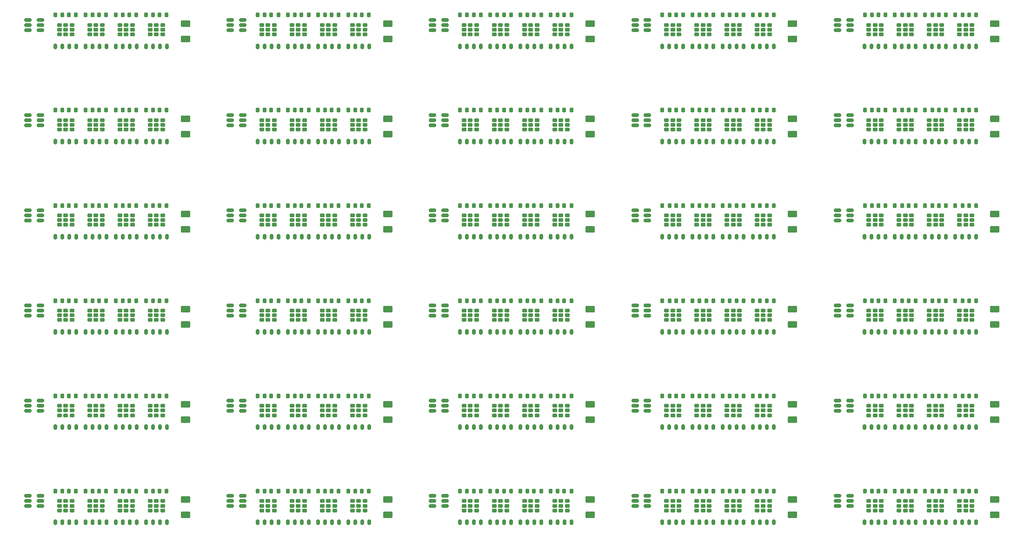
<source format=gbr>
%TF.GenerationSoftware,KiCad,Pcbnew,8.0.1*%
%TF.CreationDate,2024-05-29T13:53:08-05:00*%
%TF.ProjectId,eve PCB Project,65766520-5043-4422-9050-726f6a656374,rev?*%
%TF.SameCoordinates,Original*%
%TF.FileFunction,Paste,Top*%
%TF.FilePolarity,Positive*%
%FSLAX46Y46*%
G04 Gerber Fmt 4.6, Leading zero omitted, Abs format (unit mm)*
G04 Created by KiCad (PCBNEW 8.0.1) date 2024-05-29 13:53:08*
%MOMM*%
%LPD*%
G01*
G04 APERTURE LIST*
G04 Aperture macros list*
%AMRoundRect*
0 Rectangle with rounded corners*
0 $1 Rounding radius*
0 $2 $3 $4 $5 $6 $7 $8 $9 X,Y pos of 4 corners*
0 Add a 4 corners polygon primitive as box body*
4,1,4,$2,$3,$4,$5,$6,$7,$8,$9,$2,$3,0*
0 Add four circle primitives for the rounded corners*
1,1,$1+$1,$2,$3*
1,1,$1+$1,$4,$5*
1,1,$1+$1,$6,$7*
1,1,$1+$1,$8,$9*
0 Add four rect primitives between the rounded corners*
20,1,$1+$1,$2,$3,$4,$5,0*
20,1,$1+$1,$4,$5,$6,$7,0*
20,1,$1+$1,$6,$7,$8,$9,0*
20,1,$1+$1,$8,$9,$2,$3,0*%
G04 Aperture macros list end*
%ADD10RoundRect,0.150000X0.300000X-0.150000X0.300000X0.150000X-0.300000X0.150000X-0.300000X-0.150000X0*%
%ADD11RoundRect,0.150000X-0.150000X-0.300000X0.150000X-0.300000X0.150000X0.300000X-0.150000X0.300000X0*%
%ADD12RoundRect,0.150000X-0.150000X-0.375000X0.150000X-0.375000X0.150000X0.375000X-0.150000X0.375000X0*%
%ADD13RoundRect,0.150000X0.512500X0.150000X-0.512500X0.150000X-0.512500X-0.150000X0.512500X-0.150000X0*%
%ADD14RoundRect,0.250000X0.625000X-0.375000X0.625000X0.375000X-0.625000X0.375000X-0.625000X-0.375000X0*%
G04 APERTURE END LIST*
D10*
%TO.C,Q1*%
X168500000Y-87155000D03*
X169650000Y-87155000D03*
X170800000Y-87155000D03*
X168500000Y-86305000D03*
X169650000Y-86305000D03*
X170800000Y-86305000D03*
X168500000Y-85455000D03*
X169650000Y-85455000D03*
X170800000Y-85455000D03*
D11*
X167770000Y-83605000D03*
X169050000Y-83605000D03*
X170250000Y-83605000D03*
X171530000Y-83605000D03*
D12*
X167740000Y-89325000D03*
X169010000Y-89325000D03*
X170290000Y-89325000D03*
X171560000Y-89325000D03*
%TD*%
D13*
%TO.C,U1*%
X128227500Y-121090000D03*
X128227500Y-120140000D03*
X128227500Y-119190000D03*
X125952500Y-119190000D03*
X125952500Y-120140000D03*
X125952500Y-121090000D03*
%TD*%
D10*
%TO.C,Q4*%
X148160000Y-87155000D03*
X149310000Y-87155000D03*
X150460000Y-87155000D03*
X148160000Y-86305000D03*
X149310000Y-86305000D03*
X150460000Y-86305000D03*
X148160000Y-85455000D03*
X149310000Y-85455000D03*
X150460000Y-85455000D03*
D11*
X147430000Y-83605000D03*
X148710000Y-83605000D03*
X149910000Y-83605000D03*
X151190000Y-83605000D03*
D12*
X147400000Y-89325000D03*
X148670000Y-89325000D03*
X149950000Y-89325000D03*
X151220000Y-89325000D03*
%TD*%
D14*
%TO.C,F1*%
X117760000Y-105340000D03*
X117760000Y-102540000D03*
%TD*%
D10*
%TO.C,Q3*%
X68980000Y-121875000D03*
X70130000Y-121875000D03*
X71280000Y-121875000D03*
X68980000Y-121025000D03*
X70130000Y-121025000D03*
X71280000Y-121025000D03*
X68980000Y-120175000D03*
X70130000Y-120175000D03*
X71280000Y-120175000D03*
D11*
X68250000Y-118325000D03*
X69530000Y-118325000D03*
X70730000Y-118325000D03*
X72010000Y-118325000D03*
D12*
X68220000Y-124045000D03*
X69490000Y-124045000D03*
X70770000Y-124045000D03*
X72040000Y-124045000D03*
%TD*%
D14*
%TO.C,F1*%
X117760000Y-140060000D03*
X117760000Y-137260000D03*
%TD*%
D10*
%TO.C,Q1*%
X205340000Y-121875000D03*
X206490000Y-121875000D03*
X207640000Y-121875000D03*
X205340000Y-121025000D03*
X206490000Y-121025000D03*
X207640000Y-121025000D03*
X205340000Y-120175000D03*
X206490000Y-120175000D03*
X207640000Y-120175000D03*
D11*
X204610000Y-118325000D03*
X205890000Y-118325000D03*
X207090000Y-118325000D03*
X208370000Y-118325000D03*
D12*
X204580000Y-124045000D03*
X205850000Y-124045000D03*
X207130000Y-124045000D03*
X208400000Y-124045000D03*
%TD*%
D13*
%TO.C,U1*%
X91387500Y-51650000D03*
X91387500Y-50700000D03*
X91387500Y-49750000D03*
X89112500Y-49750000D03*
X89112500Y-50700000D03*
X89112500Y-51650000D03*
%TD*%
D10*
%TO.C,Q3*%
X105820000Y-104515000D03*
X106970000Y-104515000D03*
X108120000Y-104515000D03*
X105820000Y-103665000D03*
X106970000Y-103665000D03*
X108120000Y-103665000D03*
X105820000Y-102815000D03*
X106970000Y-102815000D03*
X108120000Y-102815000D03*
D11*
X105090000Y-100965000D03*
X106370000Y-100965000D03*
X107570000Y-100965000D03*
X108850000Y-100965000D03*
D12*
X105060000Y-106685000D03*
X106330000Y-106685000D03*
X107610000Y-106685000D03*
X108880000Y-106685000D03*
%TD*%
D10*
%TO.C,Q2*%
X137160000Y-139235000D03*
X138310000Y-139235000D03*
X139460000Y-139235000D03*
X137160000Y-138385000D03*
X138310000Y-138385000D03*
X139460000Y-138385000D03*
X137160000Y-137535000D03*
X138310000Y-137535000D03*
X139460000Y-137535000D03*
D11*
X136430000Y-135685000D03*
X137710000Y-135685000D03*
X138910000Y-135685000D03*
X140190000Y-135685000D03*
D12*
X136400000Y-141405000D03*
X137670000Y-141405000D03*
X138950000Y-141405000D03*
X140220000Y-141405000D03*
%TD*%
D10*
%TO.C,Q3*%
X216340000Y-69795000D03*
X217490000Y-69795000D03*
X218640000Y-69795000D03*
X216340000Y-68945000D03*
X217490000Y-68945000D03*
X218640000Y-68945000D03*
X216340000Y-68095000D03*
X217490000Y-68095000D03*
X218640000Y-68095000D03*
D11*
X215610000Y-66245000D03*
X216890000Y-66245000D03*
X218090000Y-66245000D03*
X219370000Y-66245000D03*
D12*
X215580000Y-71965000D03*
X216850000Y-71965000D03*
X218130000Y-71965000D03*
X219400000Y-71965000D03*
%TD*%
D10*
%TO.C,Q3*%
X179500000Y-121875000D03*
X180650000Y-121875000D03*
X181800000Y-121875000D03*
X179500000Y-121025000D03*
X180650000Y-121025000D03*
X181800000Y-121025000D03*
X179500000Y-120175000D03*
X180650000Y-120175000D03*
X181800000Y-120175000D03*
D11*
X178770000Y-118325000D03*
X180050000Y-118325000D03*
X181250000Y-118325000D03*
X182530000Y-118325000D03*
D12*
X178740000Y-124045000D03*
X180010000Y-124045000D03*
X181290000Y-124045000D03*
X182560000Y-124045000D03*
%TD*%
D13*
%TO.C,U1*%
X91387500Y-69010000D03*
X91387500Y-68060000D03*
X91387500Y-67110000D03*
X89112500Y-67110000D03*
X89112500Y-68060000D03*
X89112500Y-69010000D03*
%TD*%
D10*
%TO.C,Q3*%
X68980000Y-87155000D03*
X70130000Y-87155000D03*
X71280000Y-87155000D03*
X68980000Y-86305000D03*
X70130000Y-86305000D03*
X71280000Y-86305000D03*
X68980000Y-85455000D03*
X70130000Y-85455000D03*
X71280000Y-85455000D03*
D11*
X68250000Y-83605000D03*
X69530000Y-83605000D03*
X70730000Y-83605000D03*
X72010000Y-83605000D03*
D12*
X68220000Y-89325000D03*
X69490000Y-89325000D03*
X70770000Y-89325000D03*
X72040000Y-89325000D03*
%TD*%
D10*
%TO.C,Q4*%
X185000000Y-104515000D03*
X186150000Y-104515000D03*
X187300000Y-104515000D03*
X185000000Y-103665000D03*
X186150000Y-103665000D03*
X187300000Y-103665000D03*
X185000000Y-102815000D03*
X186150000Y-102815000D03*
X187300000Y-102815000D03*
D11*
X184270000Y-100965000D03*
X185550000Y-100965000D03*
X186750000Y-100965000D03*
X188030000Y-100965000D03*
D12*
X184240000Y-106685000D03*
X185510000Y-106685000D03*
X186790000Y-106685000D03*
X188060000Y-106685000D03*
%TD*%
D10*
%TO.C,Q3*%
X105820000Y-52435000D03*
X106970000Y-52435000D03*
X108120000Y-52435000D03*
X105820000Y-51585000D03*
X106970000Y-51585000D03*
X108120000Y-51585000D03*
X105820000Y-50735000D03*
X106970000Y-50735000D03*
X108120000Y-50735000D03*
D11*
X105090000Y-48885000D03*
X106370000Y-48885000D03*
X107570000Y-48885000D03*
X108850000Y-48885000D03*
D12*
X105060000Y-54605000D03*
X106330000Y-54605000D03*
X107610000Y-54605000D03*
X108880000Y-54605000D03*
%TD*%
D13*
%TO.C,U1*%
X128227500Y-69010000D03*
X128227500Y-68060000D03*
X128227500Y-67110000D03*
X125952500Y-67110000D03*
X125952500Y-68060000D03*
X125952500Y-69010000D03*
%TD*%
D10*
%TO.C,Q4*%
X111320000Y-121875000D03*
X112470000Y-121875000D03*
X113620000Y-121875000D03*
X111320000Y-121025000D03*
X112470000Y-121025000D03*
X113620000Y-121025000D03*
X111320000Y-120175000D03*
X112470000Y-120175000D03*
X113620000Y-120175000D03*
D11*
X110590000Y-118325000D03*
X111870000Y-118325000D03*
X113070000Y-118325000D03*
X114350000Y-118325000D03*
D12*
X110560000Y-124045000D03*
X111830000Y-124045000D03*
X113110000Y-124045000D03*
X114380000Y-124045000D03*
%TD*%
D13*
%TO.C,U1*%
X165067500Y-121090000D03*
X165067500Y-120140000D03*
X165067500Y-119190000D03*
X162792500Y-119190000D03*
X162792500Y-120140000D03*
X162792500Y-121090000D03*
%TD*%
%TO.C,U1*%
X54547500Y-103730000D03*
X54547500Y-102780000D03*
X54547500Y-101830000D03*
X52272500Y-101830000D03*
X52272500Y-102780000D03*
X52272500Y-103730000D03*
%TD*%
D10*
%TO.C,Q3*%
X68980000Y-52435000D03*
X70130000Y-52435000D03*
X71280000Y-52435000D03*
X68980000Y-51585000D03*
X70130000Y-51585000D03*
X71280000Y-51585000D03*
X68980000Y-50735000D03*
X70130000Y-50735000D03*
X71280000Y-50735000D03*
D11*
X68250000Y-48885000D03*
X69530000Y-48885000D03*
X70730000Y-48885000D03*
X72010000Y-48885000D03*
D12*
X68220000Y-54605000D03*
X69490000Y-54605000D03*
X70770000Y-54605000D03*
X72040000Y-54605000D03*
%TD*%
D14*
%TO.C,F1*%
X80920000Y-53260000D03*
X80920000Y-50460000D03*
%TD*%
D10*
%TO.C,Q4*%
X185000000Y-139235000D03*
X186150000Y-139235000D03*
X187300000Y-139235000D03*
X185000000Y-138385000D03*
X186150000Y-138385000D03*
X187300000Y-138385000D03*
X185000000Y-137535000D03*
X186150000Y-137535000D03*
X187300000Y-137535000D03*
D11*
X184270000Y-135685000D03*
X185550000Y-135685000D03*
X186750000Y-135685000D03*
X188030000Y-135685000D03*
D12*
X184240000Y-141405000D03*
X185510000Y-141405000D03*
X186790000Y-141405000D03*
X188060000Y-141405000D03*
%TD*%
D10*
%TO.C,Q4*%
X148160000Y-104515000D03*
X149310000Y-104515000D03*
X150460000Y-104515000D03*
X148160000Y-103665000D03*
X149310000Y-103665000D03*
X150460000Y-103665000D03*
X148160000Y-102815000D03*
X149310000Y-102815000D03*
X150460000Y-102815000D03*
D11*
X147430000Y-100965000D03*
X148710000Y-100965000D03*
X149910000Y-100965000D03*
X151190000Y-100965000D03*
D12*
X147400000Y-106685000D03*
X148670000Y-106685000D03*
X149950000Y-106685000D03*
X151220000Y-106685000D03*
%TD*%
D10*
%TO.C,Q3*%
X216340000Y-52435000D03*
X217490000Y-52435000D03*
X218640000Y-52435000D03*
X216340000Y-51585000D03*
X217490000Y-51585000D03*
X218640000Y-51585000D03*
X216340000Y-50735000D03*
X217490000Y-50735000D03*
X218640000Y-50735000D03*
D11*
X215610000Y-48885000D03*
X216890000Y-48885000D03*
X218090000Y-48885000D03*
X219370000Y-48885000D03*
D12*
X215580000Y-54605000D03*
X216850000Y-54605000D03*
X218130000Y-54605000D03*
X219400000Y-54605000D03*
%TD*%
D10*
%TO.C,Q3*%
X216340000Y-87155000D03*
X217490000Y-87155000D03*
X218640000Y-87155000D03*
X216340000Y-86305000D03*
X217490000Y-86305000D03*
X218640000Y-86305000D03*
X216340000Y-85455000D03*
X217490000Y-85455000D03*
X218640000Y-85455000D03*
D11*
X215610000Y-83605000D03*
X216890000Y-83605000D03*
X218090000Y-83605000D03*
X219370000Y-83605000D03*
D12*
X215580000Y-89325000D03*
X216850000Y-89325000D03*
X218130000Y-89325000D03*
X219400000Y-89325000D03*
%TD*%
D13*
%TO.C,U1*%
X165067500Y-86370000D03*
X165067500Y-85420000D03*
X165067500Y-84470000D03*
X162792500Y-84470000D03*
X162792500Y-85420000D03*
X162792500Y-86370000D03*
%TD*%
D10*
%TO.C,Q3*%
X179500000Y-87155000D03*
X180650000Y-87155000D03*
X181800000Y-87155000D03*
X179500000Y-86305000D03*
X180650000Y-86305000D03*
X181800000Y-86305000D03*
X179500000Y-85455000D03*
X180650000Y-85455000D03*
X181800000Y-85455000D03*
D11*
X178770000Y-83605000D03*
X180050000Y-83605000D03*
X181250000Y-83605000D03*
X182530000Y-83605000D03*
D12*
X178740000Y-89325000D03*
X180010000Y-89325000D03*
X181290000Y-89325000D03*
X182560000Y-89325000D03*
%TD*%
D10*
%TO.C,Q3*%
X142660000Y-52435000D03*
X143810000Y-52435000D03*
X144960000Y-52435000D03*
X142660000Y-51585000D03*
X143810000Y-51585000D03*
X144960000Y-51585000D03*
X142660000Y-50735000D03*
X143810000Y-50735000D03*
X144960000Y-50735000D03*
D11*
X141930000Y-48885000D03*
X143210000Y-48885000D03*
X144410000Y-48885000D03*
X145690000Y-48885000D03*
D12*
X141900000Y-54605000D03*
X143170000Y-54605000D03*
X144450000Y-54605000D03*
X145720000Y-54605000D03*
%TD*%
D10*
%TO.C,Q3*%
X179500000Y-104515000D03*
X180650000Y-104515000D03*
X181800000Y-104515000D03*
X179500000Y-103665000D03*
X180650000Y-103665000D03*
X181800000Y-103665000D03*
X179500000Y-102815000D03*
X180650000Y-102815000D03*
X181800000Y-102815000D03*
D11*
X178770000Y-100965000D03*
X180050000Y-100965000D03*
X181250000Y-100965000D03*
X182530000Y-100965000D03*
D12*
X178740000Y-106685000D03*
X180010000Y-106685000D03*
X181290000Y-106685000D03*
X182560000Y-106685000D03*
%TD*%
D10*
%TO.C,Q2*%
X210840000Y-87155000D03*
X211990000Y-87155000D03*
X213140000Y-87155000D03*
X210840000Y-86305000D03*
X211990000Y-86305000D03*
X213140000Y-86305000D03*
X210840000Y-85455000D03*
X211990000Y-85455000D03*
X213140000Y-85455000D03*
D11*
X210110000Y-83605000D03*
X211390000Y-83605000D03*
X212590000Y-83605000D03*
X213870000Y-83605000D03*
D12*
X210080000Y-89325000D03*
X211350000Y-89325000D03*
X212630000Y-89325000D03*
X213900000Y-89325000D03*
%TD*%
D10*
%TO.C,Q4*%
X74480000Y-121875000D03*
X75630000Y-121875000D03*
X76780000Y-121875000D03*
X74480000Y-121025000D03*
X75630000Y-121025000D03*
X76780000Y-121025000D03*
X74480000Y-120175000D03*
X75630000Y-120175000D03*
X76780000Y-120175000D03*
D11*
X73750000Y-118325000D03*
X75030000Y-118325000D03*
X76230000Y-118325000D03*
X77510000Y-118325000D03*
D12*
X73720000Y-124045000D03*
X74990000Y-124045000D03*
X76270000Y-124045000D03*
X77540000Y-124045000D03*
%TD*%
D13*
%TO.C,U1*%
X128227500Y-138450000D03*
X128227500Y-137500000D03*
X128227500Y-136550000D03*
X125952500Y-136550000D03*
X125952500Y-137500000D03*
X125952500Y-138450000D03*
%TD*%
D10*
%TO.C,Q3*%
X216340000Y-104515000D03*
X217490000Y-104515000D03*
X218640000Y-104515000D03*
X216340000Y-103665000D03*
X217490000Y-103665000D03*
X218640000Y-103665000D03*
X216340000Y-102815000D03*
X217490000Y-102815000D03*
X218640000Y-102815000D03*
D11*
X215610000Y-100965000D03*
X216890000Y-100965000D03*
X218090000Y-100965000D03*
X219370000Y-100965000D03*
D12*
X215580000Y-106685000D03*
X216850000Y-106685000D03*
X218130000Y-106685000D03*
X219400000Y-106685000D03*
%TD*%
D14*
%TO.C,F1*%
X191440000Y-87980000D03*
X191440000Y-85180000D03*
%TD*%
D10*
%TO.C,Q1*%
X205340000Y-139235000D03*
X206490000Y-139235000D03*
X207640000Y-139235000D03*
X205340000Y-138385000D03*
X206490000Y-138385000D03*
X207640000Y-138385000D03*
X205340000Y-137535000D03*
X206490000Y-137535000D03*
X207640000Y-137535000D03*
D11*
X204610000Y-135685000D03*
X205890000Y-135685000D03*
X207090000Y-135685000D03*
X208370000Y-135685000D03*
D12*
X204580000Y-141405000D03*
X205850000Y-141405000D03*
X207130000Y-141405000D03*
X208400000Y-141405000D03*
%TD*%
D10*
%TO.C,Q2*%
X100320000Y-121875000D03*
X101470000Y-121875000D03*
X102620000Y-121875000D03*
X100320000Y-121025000D03*
X101470000Y-121025000D03*
X102620000Y-121025000D03*
X100320000Y-120175000D03*
X101470000Y-120175000D03*
X102620000Y-120175000D03*
D11*
X99590000Y-118325000D03*
X100870000Y-118325000D03*
X102070000Y-118325000D03*
X103350000Y-118325000D03*
D12*
X99560000Y-124045000D03*
X100830000Y-124045000D03*
X102110000Y-124045000D03*
X103380000Y-124045000D03*
%TD*%
D10*
%TO.C,Q3*%
X105820000Y-139235000D03*
X106970000Y-139235000D03*
X108120000Y-139235000D03*
X105820000Y-138385000D03*
X106970000Y-138385000D03*
X108120000Y-138385000D03*
X105820000Y-137535000D03*
X106970000Y-137535000D03*
X108120000Y-137535000D03*
D11*
X105090000Y-135685000D03*
X106370000Y-135685000D03*
X107570000Y-135685000D03*
X108850000Y-135685000D03*
D12*
X105060000Y-141405000D03*
X106330000Y-141405000D03*
X107610000Y-141405000D03*
X108880000Y-141405000D03*
%TD*%
D10*
%TO.C,Q1*%
X168500000Y-69795000D03*
X169650000Y-69795000D03*
X170800000Y-69795000D03*
X168500000Y-68945000D03*
X169650000Y-68945000D03*
X170800000Y-68945000D03*
X168500000Y-68095000D03*
X169650000Y-68095000D03*
X170800000Y-68095000D03*
D11*
X167770000Y-66245000D03*
X169050000Y-66245000D03*
X170250000Y-66245000D03*
X171530000Y-66245000D03*
D12*
X167740000Y-71965000D03*
X169010000Y-71965000D03*
X170290000Y-71965000D03*
X171560000Y-71965000D03*
%TD*%
D10*
%TO.C,Q4*%
X111320000Y-87155000D03*
X112470000Y-87155000D03*
X113620000Y-87155000D03*
X111320000Y-86305000D03*
X112470000Y-86305000D03*
X113620000Y-86305000D03*
X111320000Y-85455000D03*
X112470000Y-85455000D03*
X113620000Y-85455000D03*
D11*
X110590000Y-83605000D03*
X111870000Y-83605000D03*
X113070000Y-83605000D03*
X114350000Y-83605000D03*
D12*
X110560000Y-89325000D03*
X111830000Y-89325000D03*
X113110000Y-89325000D03*
X114380000Y-89325000D03*
%TD*%
D10*
%TO.C,Q4*%
X185000000Y-52435000D03*
X186150000Y-52435000D03*
X187300000Y-52435000D03*
X185000000Y-51585000D03*
X186150000Y-51585000D03*
X187300000Y-51585000D03*
X185000000Y-50735000D03*
X186150000Y-50735000D03*
X187300000Y-50735000D03*
D11*
X184270000Y-48885000D03*
X185550000Y-48885000D03*
X186750000Y-48885000D03*
X188030000Y-48885000D03*
D12*
X184240000Y-54605000D03*
X185510000Y-54605000D03*
X186790000Y-54605000D03*
X188060000Y-54605000D03*
%TD*%
D10*
%TO.C,Q4*%
X148160000Y-69795000D03*
X149310000Y-69795000D03*
X150460000Y-69795000D03*
X148160000Y-68945000D03*
X149310000Y-68945000D03*
X150460000Y-68945000D03*
X148160000Y-68095000D03*
X149310000Y-68095000D03*
X150460000Y-68095000D03*
D11*
X147430000Y-66245000D03*
X148710000Y-66245000D03*
X149910000Y-66245000D03*
X151190000Y-66245000D03*
D12*
X147400000Y-71965000D03*
X148670000Y-71965000D03*
X149950000Y-71965000D03*
X151220000Y-71965000D03*
%TD*%
D13*
%TO.C,U1*%
X128227500Y-51650000D03*
X128227500Y-50700000D03*
X128227500Y-49750000D03*
X125952500Y-49750000D03*
X125952500Y-50700000D03*
X125952500Y-51650000D03*
%TD*%
D10*
%TO.C,Q1*%
X131660000Y-69795000D03*
X132810000Y-69795000D03*
X133960000Y-69795000D03*
X131660000Y-68945000D03*
X132810000Y-68945000D03*
X133960000Y-68945000D03*
X131660000Y-68095000D03*
X132810000Y-68095000D03*
X133960000Y-68095000D03*
D11*
X130930000Y-66245000D03*
X132210000Y-66245000D03*
X133410000Y-66245000D03*
X134690000Y-66245000D03*
D12*
X130900000Y-71965000D03*
X132170000Y-71965000D03*
X133450000Y-71965000D03*
X134720000Y-71965000D03*
%TD*%
D14*
%TO.C,F1*%
X154600000Y-122700000D03*
X154600000Y-119900000D03*
%TD*%
D10*
%TO.C,Q4*%
X185000000Y-121875000D03*
X186150000Y-121875000D03*
X187300000Y-121875000D03*
X185000000Y-121025000D03*
X186150000Y-121025000D03*
X187300000Y-121025000D03*
X185000000Y-120175000D03*
X186150000Y-120175000D03*
X187300000Y-120175000D03*
D11*
X184270000Y-118325000D03*
X185550000Y-118325000D03*
X186750000Y-118325000D03*
X188030000Y-118325000D03*
D12*
X184240000Y-124045000D03*
X185510000Y-124045000D03*
X186790000Y-124045000D03*
X188060000Y-124045000D03*
%TD*%
D10*
%TO.C,Q1*%
X131660000Y-121875000D03*
X132810000Y-121875000D03*
X133960000Y-121875000D03*
X131660000Y-121025000D03*
X132810000Y-121025000D03*
X133960000Y-121025000D03*
X131660000Y-120175000D03*
X132810000Y-120175000D03*
X133960000Y-120175000D03*
D11*
X130930000Y-118325000D03*
X132210000Y-118325000D03*
X133410000Y-118325000D03*
X134690000Y-118325000D03*
D12*
X130900000Y-124045000D03*
X132170000Y-124045000D03*
X133450000Y-124045000D03*
X134720000Y-124045000D03*
%TD*%
D10*
%TO.C,Q3*%
X68980000Y-139235000D03*
X70130000Y-139235000D03*
X71280000Y-139235000D03*
X68980000Y-138385000D03*
X70130000Y-138385000D03*
X71280000Y-138385000D03*
X68980000Y-137535000D03*
X70130000Y-137535000D03*
X71280000Y-137535000D03*
D11*
X68250000Y-135685000D03*
X69530000Y-135685000D03*
X70730000Y-135685000D03*
X72010000Y-135685000D03*
D12*
X68220000Y-141405000D03*
X69490000Y-141405000D03*
X70770000Y-141405000D03*
X72040000Y-141405000D03*
%TD*%
D14*
%TO.C,F1*%
X117760000Y-122700000D03*
X117760000Y-119900000D03*
%TD*%
%TO.C,F1*%
X80920000Y-140060000D03*
X80920000Y-137260000D03*
%TD*%
D10*
%TO.C,Q4*%
X74480000Y-69795000D03*
X75630000Y-69795000D03*
X76780000Y-69795000D03*
X74480000Y-68945000D03*
X75630000Y-68945000D03*
X76780000Y-68945000D03*
X74480000Y-68095000D03*
X75630000Y-68095000D03*
X76780000Y-68095000D03*
D11*
X73750000Y-66245000D03*
X75030000Y-66245000D03*
X76230000Y-66245000D03*
X77510000Y-66245000D03*
D12*
X73720000Y-71965000D03*
X74990000Y-71965000D03*
X76270000Y-71965000D03*
X77540000Y-71965000D03*
%TD*%
D10*
%TO.C,Q1*%
X131660000Y-52435000D03*
X132810000Y-52435000D03*
X133960000Y-52435000D03*
X131660000Y-51585000D03*
X132810000Y-51585000D03*
X133960000Y-51585000D03*
X131660000Y-50735000D03*
X132810000Y-50735000D03*
X133960000Y-50735000D03*
D11*
X130930000Y-48885000D03*
X132210000Y-48885000D03*
X133410000Y-48885000D03*
X134690000Y-48885000D03*
D12*
X130900000Y-54605000D03*
X132170000Y-54605000D03*
X133450000Y-54605000D03*
X134720000Y-54605000D03*
%TD*%
D14*
%TO.C,F1*%
X228280000Y-70620000D03*
X228280000Y-67820000D03*
%TD*%
D13*
%TO.C,U1*%
X201907500Y-51650000D03*
X201907500Y-50700000D03*
X201907500Y-49750000D03*
X199632500Y-49750000D03*
X199632500Y-50700000D03*
X199632500Y-51650000D03*
%TD*%
D10*
%TO.C,Q3*%
X68980000Y-69795000D03*
X70130000Y-69795000D03*
X71280000Y-69795000D03*
X68980000Y-68945000D03*
X70130000Y-68945000D03*
X71280000Y-68945000D03*
X68980000Y-68095000D03*
X70130000Y-68095000D03*
X71280000Y-68095000D03*
D11*
X68250000Y-66245000D03*
X69530000Y-66245000D03*
X70730000Y-66245000D03*
X72010000Y-66245000D03*
D12*
X68220000Y-71965000D03*
X69490000Y-71965000D03*
X70770000Y-71965000D03*
X72040000Y-71965000D03*
%TD*%
D10*
%TO.C,Q2*%
X63480000Y-104515000D03*
X64630000Y-104515000D03*
X65780000Y-104515000D03*
X63480000Y-103665000D03*
X64630000Y-103665000D03*
X65780000Y-103665000D03*
X63480000Y-102815000D03*
X64630000Y-102815000D03*
X65780000Y-102815000D03*
D11*
X62750000Y-100965000D03*
X64030000Y-100965000D03*
X65230000Y-100965000D03*
X66510000Y-100965000D03*
D12*
X62720000Y-106685000D03*
X63990000Y-106685000D03*
X65270000Y-106685000D03*
X66540000Y-106685000D03*
%TD*%
D10*
%TO.C,Q1*%
X205340000Y-52435000D03*
X206490000Y-52435000D03*
X207640000Y-52435000D03*
X205340000Y-51585000D03*
X206490000Y-51585000D03*
X207640000Y-51585000D03*
X205340000Y-50735000D03*
X206490000Y-50735000D03*
X207640000Y-50735000D03*
D11*
X204610000Y-48885000D03*
X205890000Y-48885000D03*
X207090000Y-48885000D03*
X208370000Y-48885000D03*
D12*
X204580000Y-54605000D03*
X205850000Y-54605000D03*
X207130000Y-54605000D03*
X208400000Y-54605000D03*
%TD*%
D10*
%TO.C,Q2*%
X63480000Y-139235000D03*
X64630000Y-139235000D03*
X65780000Y-139235000D03*
X63480000Y-138385000D03*
X64630000Y-138385000D03*
X65780000Y-138385000D03*
X63480000Y-137535000D03*
X64630000Y-137535000D03*
X65780000Y-137535000D03*
D11*
X62750000Y-135685000D03*
X64030000Y-135685000D03*
X65230000Y-135685000D03*
X66510000Y-135685000D03*
D12*
X62720000Y-141405000D03*
X63990000Y-141405000D03*
X65270000Y-141405000D03*
X66540000Y-141405000D03*
%TD*%
D14*
%TO.C,F1*%
X228280000Y-105340000D03*
X228280000Y-102540000D03*
%TD*%
D10*
%TO.C,Q4*%
X111320000Y-52435000D03*
X112470000Y-52435000D03*
X113620000Y-52435000D03*
X111320000Y-51585000D03*
X112470000Y-51585000D03*
X113620000Y-51585000D03*
X111320000Y-50735000D03*
X112470000Y-50735000D03*
X113620000Y-50735000D03*
D11*
X110590000Y-48885000D03*
X111870000Y-48885000D03*
X113070000Y-48885000D03*
X114350000Y-48885000D03*
D12*
X110560000Y-54605000D03*
X111830000Y-54605000D03*
X113110000Y-54605000D03*
X114380000Y-54605000D03*
%TD*%
D10*
%TO.C,Q3*%
X216340000Y-139235000D03*
X217490000Y-139235000D03*
X218640000Y-139235000D03*
X216340000Y-138385000D03*
X217490000Y-138385000D03*
X218640000Y-138385000D03*
X216340000Y-137535000D03*
X217490000Y-137535000D03*
X218640000Y-137535000D03*
D11*
X215610000Y-135685000D03*
X216890000Y-135685000D03*
X218090000Y-135685000D03*
X219370000Y-135685000D03*
D12*
X215580000Y-141405000D03*
X216850000Y-141405000D03*
X218130000Y-141405000D03*
X219400000Y-141405000D03*
%TD*%
D10*
%TO.C,Q4*%
X111320000Y-69795000D03*
X112470000Y-69795000D03*
X113620000Y-69795000D03*
X111320000Y-68945000D03*
X112470000Y-68945000D03*
X113620000Y-68945000D03*
X111320000Y-68095000D03*
X112470000Y-68095000D03*
X113620000Y-68095000D03*
D11*
X110590000Y-66245000D03*
X111870000Y-66245000D03*
X113070000Y-66245000D03*
X114350000Y-66245000D03*
D12*
X110560000Y-71965000D03*
X111830000Y-71965000D03*
X113110000Y-71965000D03*
X114380000Y-71965000D03*
%TD*%
D13*
%TO.C,U1*%
X54547500Y-121090000D03*
X54547500Y-120140000D03*
X54547500Y-119190000D03*
X52272500Y-119190000D03*
X52272500Y-120140000D03*
X52272500Y-121090000D03*
%TD*%
D10*
%TO.C,Q3*%
X142660000Y-121875000D03*
X143810000Y-121875000D03*
X144960000Y-121875000D03*
X142660000Y-121025000D03*
X143810000Y-121025000D03*
X144960000Y-121025000D03*
X142660000Y-120175000D03*
X143810000Y-120175000D03*
X144960000Y-120175000D03*
D11*
X141930000Y-118325000D03*
X143210000Y-118325000D03*
X144410000Y-118325000D03*
X145690000Y-118325000D03*
D12*
X141900000Y-124045000D03*
X143170000Y-124045000D03*
X144450000Y-124045000D03*
X145720000Y-124045000D03*
%TD*%
D10*
%TO.C,Q1*%
X94820000Y-69795000D03*
X95970000Y-69795000D03*
X97120000Y-69795000D03*
X94820000Y-68945000D03*
X95970000Y-68945000D03*
X97120000Y-68945000D03*
X94820000Y-68095000D03*
X95970000Y-68095000D03*
X97120000Y-68095000D03*
D11*
X94090000Y-66245000D03*
X95370000Y-66245000D03*
X96570000Y-66245000D03*
X97850000Y-66245000D03*
D12*
X94060000Y-71965000D03*
X95330000Y-71965000D03*
X96610000Y-71965000D03*
X97880000Y-71965000D03*
%TD*%
D10*
%TO.C,Q1*%
X131660000Y-104515000D03*
X132810000Y-104515000D03*
X133960000Y-104515000D03*
X131660000Y-103665000D03*
X132810000Y-103665000D03*
X133960000Y-103665000D03*
X131660000Y-102815000D03*
X132810000Y-102815000D03*
X133960000Y-102815000D03*
D11*
X130930000Y-100965000D03*
X132210000Y-100965000D03*
X133410000Y-100965000D03*
X134690000Y-100965000D03*
D12*
X130900000Y-106685000D03*
X132170000Y-106685000D03*
X133450000Y-106685000D03*
X134720000Y-106685000D03*
%TD*%
D10*
%TO.C,Q2*%
X210840000Y-69795000D03*
X211990000Y-69795000D03*
X213140000Y-69795000D03*
X210840000Y-68945000D03*
X211990000Y-68945000D03*
X213140000Y-68945000D03*
X210840000Y-68095000D03*
X211990000Y-68095000D03*
X213140000Y-68095000D03*
D11*
X210110000Y-66245000D03*
X211390000Y-66245000D03*
X212590000Y-66245000D03*
X213870000Y-66245000D03*
D12*
X210080000Y-71965000D03*
X211350000Y-71965000D03*
X212630000Y-71965000D03*
X213900000Y-71965000D03*
%TD*%
D10*
%TO.C,Q3*%
X216340000Y-121875000D03*
X217490000Y-121875000D03*
X218640000Y-121875000D03*
X216340000Y-121025000D03*
X217490000Y-121025000D03*
X218640000Y-121025000D03*
X216340000Y-120175000D03*
X217490000Y-120175000D03*
X218640000Y-120175000D03*
D11*
X215610000Y-118325000D03*
X216890000Y-118325000D03*
X218090000Y-118325000D03*
X219370000Y-118325000D03*
D12*
X215580000Y-124045000D03*
X216850000Y-124045000D03*
X218130000Y-124045000D03*
X219400000Y-124045000D03*
%TD*%
D10*
%TO.C,Q3*%
X105820000Y-121875000D03*
X106970000Y-121875000D03*
X108120000Y-121875000D03*
X105820000Y-121025000D03*
X106970000Y-121025000D03*
X108120000Y-121025000D03*
X105820000Y-120175000D03*
X106970000Y-120175000D03*
X108120000Y-120175000D03*
D11*
X105090000Y-118325000D03*
X106370000Y-118325000D03*
X107570000Y-118325000D03*
X108850000Y-118325000D03*
D12*
X105060000Y-124045000D03*
X106330000Y-124045000D03*
X107610000Y-124045000D03*
X108880000Y-124045000D03*
%TD*%
D10*
%TO.C,Q3*%
X179500000Y-69795000D03*
X180650000Y-69795000D03*
X181800000Y-69795000D03*
X179500000Y-68945000D03*
X180650000Y-68945000D03*
X181800000Y-68945000D03*
X179500000Y-68095000D03*
X180650000Y-68095000D03*
X181800000Y-68095000D03*
D11*
X178770000Y-66245000D03*
X180050000Y-66245000D03*
X181250000Y-66245000D03*
X182530000Y-66245000D03*
D12*
X178740000Y-71965000D03*
X180010000Y-71965000D03*
X181290000Y-71965000D03*
X182560000Y-71965000D03*
%TD*%
D10*
%TO.C,Q1*%
X168500000Y-104515000D03*
X169650000Y-104515000D03*
X170800000Y-104515000D03*
X168500000Y-103665000D03*
X169650000Y-103665000D03*
X170800000Y-103665000D03*
X168500000Y-102815000D03*
X169650000Y-102815000D03*
X170800000Y-102815000D03*
D11*
X167770000Y-100965000D03*
X169050000Y-100965000D03*
X170250000Y-100965000D03*
X171530000Y-100965000D03*
D12*
X167740000Y-106685000D03*
X169010000Y-106685000D03*
X170290000Y-106685000D03*
X171560000Y-106685000D03*
%TD*%
D14*
%TO.C,F1*%
X191440000Y-122700000D03*
X191440000Y-119900000D03*
%TD*%
D10*
%TO.C,Q1*%
X94820000Y-87155000D03*
X95970000Y-87155000D03*
X97120000Y-87155000D03*
X94820000Y-86305000D03*
X95970000Y-86305000D03*
X97120000Y-86305000D03*
X94820000Y-85455000D03*
X95970000Y-85455000D03*
X97120000Y-85455000D03*
D11*
X94090000Y-83605000D03*
X95370000Y-83605000D03*
X96570000Y-83605000D03*
X97850000Y-83605000D03*
D12*
X94060000Y-89325000D03*
X95330000Y-89325000D03*
X96610000Y-89325000D03*
X97880000Y-89325000D03*
%TD*%
D10*
%TO.C,Q2*%
X137160000Y-104515000D03*
X138310000Y-104515000D03*
X139460000Y-104515000D03*
X137160000Y-103665000D03*
X138310000Y-103665000D03*
X139460000Y-103665000D03*
X137160000Y-102815000D03*
X138310000Y-102815000D03*
X139460000Y-102815000D03*
D11*
X136430000Y-100965000D03*
X137710000Y-100965000D03*
X138910000Y-100965000D03*
X140190000Y-100965000D03*
D12*
X136400000Y-106685000D03*
X137670000Y-106685000D03*
X138950000Y-106685000D03*
X140220000Y-106685000D03*
%TD*%
D10*
%TO.C,Q1*%
X94820000Y-121875000D03*
X95970000Y-121875000D03*
X97120000Y-121875000D03*
X94820000Y-121025000D03*
X95970000Y-121025000D03*
X97120000Y-121025000D03*
X94820000Y-120175000D03*
X95970000Y-120175000D03*
X97120000Y-120175000D03*
D11*
X94090000Y-118325000D03*
X95370000Y-118325000D03*
X96570000Y-118325000D03*
X97850000Y-118325000D03*
D12*
X94060000Y-124045000D03*
X95330000Y-124045000D03*
X96610000Y-124045000D03*
X97880000Y-124045000D03*
%TD*%
D10*
%TO.C,Q4*%
X148160000Y-121875000D03*
X149310000Y-121875000D03*
X150460000Y-121875000D03*
X148160000Y-121025000D03*
X149310000Y-121025000D03*
X150460000Y-121025000D03*
X148160000Y-120175000D03*
X149310000Y-120175000D03*
X150460000Y-120175000D03*
D11*
X147430000Y-118325000D03*
X148710000Y-118325000D03*
X149910000Y-118325000D03*
X151190000Y-118325000D03*
D12*
X147400000Y-124045000D03*
X148670000Y-124045000D03*
X149950000Y-124045000D03*
X151220000Y-124045000D03*
%TD*%
D10*
%TO.C,Q1*%
X168500000Y-139235000D03*
X169650000Y-139235000D03*
X170800000Y-139235000D03*
X168500000Y-138385000D03*
X169650000Y-138385000D03*
X170800000Y-138385000D03*
X168500000Y-137535000D03*
X169650000Y-137535000D03*
X170800000Y-137535000D03*
D11*
X167770000Y-135685000D03*
X169050000Y-135685000D03*
X170250000Y-135685000D03*
X171530000Y-135685000D03*
D12*
X167740000Y-141405000D03*
X169010000Y-141405000D03*
X170290000Y-141405000D03*
X171560000Y-141405000D03*
%TD*%
D10*
%TO.C,Q4*%
X221840000Y-139235000D03*
X222990000Y-139235000D03*
X224140000Y-139235000D03*
X221840000Y-138385000D03*
X222990000Y-138385000D03*
X224140000Y-138385000D03*
X221840000Y-137535000D03*
X222990000Y-137535000D03*
X224140000Y-137535000D03*
D11*
X221110000Y-135685000D03*
X222390000Y-135685000D03*
X223590000Y-135685000D03*
X224870000Y-135685000D03*
D12*
X221080000Y-141405000D03*
X222350000Y-141405000D03*
X223630000Y-141405000D03*
X224900000Y-141405000D03*
%TD*%
D13*
%TO.C,U1*%
X201907500Y-69010000D03*
X201907500Y-68060000D03*
X201907500Y-67110000D03*
X199632500Y-67110000D03*
X199632500Y-68060000D03*
X199632500Y-69010000D03*
%TD*%
D14*
%TO.C,F1*%
X117760000Y-70620000D03*
X117760000Y-67820000D03*
%TD*%
D10*
%TO.C,Q2*%
X137160000Y-69795000D03*
X138310000Y-69795000D03*
X139460000Y-69795000D03*
X137160000Y-68945000D03*
X138310000Y-68945000D03*
X139460000Y-68945000D03*
X137160000Y-68095000D03*
X138310000Y-68095000D03*
X139460000Y-68095000D03*
D11*
X136430000Y-66245000D03*
X137710000Y-66245000D03*
X138910000Y-66245000D03*
X140190000Y-66245000D03*
D12*
X136400000Y-71965000D03*
X137670000Y-71965000D03*
X138950000Y-71965000D03*
X140220000Y-71965000D03*
%TD*%
D10*
%TO.C,Q4*%
X74480000Y-139235000D03*
X75630000Y-139235000D03*
X76780000Y-139235000D03*
X74480000Y-138385000D03*
X75630000Y-138385000D03*
X76780000Y-138385000D03*
X74480000Y-137535000D03*
X75630000Y-137535000D03*
X76780000Y-137535000D03*
D11*
X73750000Y-135685000D03*
X75030000Y-135685000D03*
X76230000Y-135685000D03*
X77510000Y-135685000D03*
D12*
X73720000Y-141405000D03*
X74990000Y-141405000D03*
X76270000Y-141405000D03*
X77540000Y-141405000D03*
%TD*%
D10*
%TO.C,Q1*%
X57980000Y-69795000D03*
X59130000Y-69795000D03*
X60280000Y-69795000D03*
X57980000Y-68945000D03*
X59130000Y-68945000D03*
X60280000Y-68945000D03*
X57980000Y-68095000D03*
X59130000Y-68095000D03*
X60280000Y-68095000D03*
D11*
X57250000Y-66245000D03*
X58530000Y-66245000D03*
X59730000Y-66245000D03*
X61010000Y-66245000D03*
D12*
X57220000Y-71965000D03*
X58490000Y-71965000D03*
X59770000Y-71965000D03*
X61040000Y-71965000D03*
%TD*%
D10*
%TO.C,Q4*%
X148160000Y-139235000D03*
X149310000Y-139235000D03*
X150460000Y-139235000D03*
X148160000Y-138385000D03*
X149310000Y-138385000D03*
X150460000Y-138385000D03*
X148160000Y-137535000D03*
X149310000Y-137535000D03*
X150460000Y-137535000D03*
D11*
X147430000Y-135685000D03*
X148710000Y-135685000D03*
X149910000Y-135685000D03*
X151190000Y-135685000D03*
D12*
X147400000Y-141405000D03*
X148670000Y-141405000D03*
X149950000Y-141405000D03*
X151220000Y-141405000D03*
%TD*%
D14*
%TO.C,F1*%
X80920000Y-70620000D03*
X80920000Y-67820000D03*
%TD*%
%TO.C,F1*%
X228280000Y-87980000D03*
X228280000Y-85180000D03*
%TD*%
D10*
%TO.C,Q4*%
X221840000Y-87155000D03*
X222990000Y-87155000D03*
X224140000Y-87155000D03*
X221840000Y-86305000D03*
X222990000Y-86305000D03*
X224140000Y-86305000D03*
X221840000Y-85455000D03*
X222990000Y-85455000D03*
X224140000Y-85455000D03*
D11*
X221110000Y-83605000D03*
X222390000Y-83605000D03*
X223590000Y-83605000D03*
X224870000Y-83605000D03*
D12*
X221080000Y-89325000D03*
X222350000Y-89325000D03*
X223630000Y-89325000D03*
X224900000Y-89325000D03*
%TD*%
D14*
%TO.C,F1*%
X80920000Y-122700000D03*
X80920000Y-119900000D03*
%TD*%
D10*
%TO.C,Q1*%
X57980000Y-139235000D03*
X59130000Y-139235000D03*
X60280000Y-139235000D03*
X57980000Y-138385000D03*
X59130000Y-138385000D03*
X60280000Y-138385000D03*
X57980000Y-137535000D03*
X59130000Y-137535000D03*
X60280000Y-137535000D03*
D11*
X57250000Y-135685000D03*
X58530000Y-135685000D03*
X59730000Y-135685000D03*
X61010000Y-135685000D03*
D12*
X57220000Y-141405000D03*
X58490000Y-141405000D03*
X59770000Y-141405000D03*
X61040000Y-141405000D03*
%TD*%
D10*
%TO.C,Q1*%
X205340000Y-69795000D03*
X206490000Y-69795000D03*
X207640000Y-69795000D03*
X205340000Y-68945000D03*
X206490000Y-68945000D03*
X207640000Y-68945000D03*
X205340000Y-68095000D03*
X206490000Y-68095000D03*
X207640000Y-68095000D03*
D11*
X204610000Y-66245000D03*
X205890000Y-66245000D03*
X207090000Y-66245000D03*
X208370000Y-66245000D03*
D12*
X204580000Y-71965000D03*
X205850000Y-71965000D03*
X207130000Y-71965000D03*
X208400000Y-71965000D03*
%TD*%
D10*
%TO.C,Q2*%
X100320000Y-52435000D03*
X101470000Y-52435000D03*
X102620000Y-52435000D03*
X100320000Y-51585000D03*
X101470000Y-51585000D03*
X102620000Y-51585000D03*
X100320000Y-50735000D03*
X101470000Y-50735000D03*
X102620000Y-50735000D03*
D11*
X99590000Y-48885000D03*
X100870000Y-48885000D03*
X102070000Y-48885000D03*
X103350000Y-48885000D03*
D12*
X99560000Y-54605000D03*
X100830000Y-54605000D03*
X102110000Y-54605000D03*
X103380000Y-54605000D03*
%TD*%
D10*
%TO.C,Q3*%
X142660000Y-69795000D03*
X143810000Y-69795000D03*
X144960000Y-69795000D03*
X142660000Y-68945000D03*
X143810000Y-68945000D03*
X144960000Y-68945000D03*
X142660000Y-68095000D03*
X143810000Y-68095000D03*
X144960000Y-68095000D03*
D11*
X141930000Y-66245000D03*
X143210000Y-66245000D03*
X144410000Y-66245000D03*
X145690000Y-66245000D03*
D12*
X141900000Y-71965000D03*
X143170000Y-71965000D03*
X144450000Y-71965000D03*
X145720000Y-71965000D03*
%TD*%
D14*
%TO.C,F1*%
X154600000Y-53260000D03*
X154600000Y-50460000D03*
%TD*%
D10*
%TO.C,Q2*%
X63480000Y-121875000D03*
X64630000Y-121875000D03*
X65780000Y-121875000D03*
X63480000Y-121025000D03*
X64630000Y-121025000D03*
X65780000Y-121025000D03*
X63480000Y-120175000D03*
X64630000Y-120175000D03*
X65780000Y-120175000D03*
D11*
X62750000Y-118325000D03*
X64030000Y-118325000D03*
X65230000Y-118325000D03*
X66510000Y-118325000D03*
D12*
X62720000Y-124045000D03*
X63990000Y-124045000D03*
X65270000Y-124045000D03*
X66540000Y-124045000D03*
%TD*%
D10*
%TO.C,Q1*%
X168500000Y-121875000D03*
X169650000Y-121875000D03*
X170800000Y-121875000D03*
X168500000Y-121025000D03*
X169650000Y-121025000D03*
X170800000Y-121025000D03*
X168500000Y-120175000D03*
X169650000Y-120175000D03*
X170800000Y-120175000D03*
D11*
X167770000Y-118325000D03*
X169050000Y-118325000D03*
X170250000Y-118325000D03*
X171530000Y-118325000D03*
D12*
X167740000Y-124045000D03*
X169010000Y-124045000D03*
X170290000Y-124045000D03*
X171560000Y-124045000D03*
%TD*%
D10*
%TO.C,Q2*%
X174000000Y-69795000D03*
X175150000Y-69795000D03*
X176300000Y-69795000D03*
X174000000Y-68945000D03*
X175150000Y-68945000D03*
X176300000Y-68945000D03*
X174000000Y-68095000D03*
X175150000Y-68095000D03*
X176300000Y-68095000D03*
D11*
X173270000Y-66245000D03*
X174550000Y-66245000D03*
X175750000Y-66245000D03*
X177030000Y-66245000D03*
D12*
X173240000Y-71965000D03*
X174510000Y-71965000D03*
X175790000Y-71965000D03*
X177060000Y-71965000D03*
%TD*%
D13*
%TO.C,U1*%
X91387500Y-138450000D03*
X91387500Y-137500000D03*
X91387500Y-136550000D03*
X89112500Y-136550000D03*
X89112500Y-137500000D03*
X89112500Y-138450000D03*
%TD*%
D10*
%TO.C,Q2*%
X210840000Y-104515000D03*
X211990000Y-104515000D03*
X213140000Y-104515000D03*
X210840000Y-103665000D03*
X211990000Y-103665000D03*
X213140000Y-103665000D03*
X210840000Y-102815000D03*
X211990000Y-102815000D03*
X213140000Y-102815000D03*
D11*
X210110000Y-100965000D03*
X211390000Y-100965000D03*
X212590000Y-100965000D03*
X213870000Y-100965000D03*
D12*
X210080000Y-106685000D03*
X211350000Y-106685000D03*
X212630000Y-106685000D03*
X213900000Y-106685000D03*
%TD*%
D13*
%TO.C,U1*%
X128227500Y-86370000D03*
X128227500Y-85420000D03*
X128227500Y-84470000D03*
X125952500Y-84470000D03*
X125952500Y-85420000D03*
X125952500Y-86370000D03*
%TD*%
D10*
%TO.C,Q1*%
X94820000Y-139235000D03*
X95970000Y-139235000D03*
X97120000Y-139235000D03*
X94820000Y-138385000D03*
X95970000Y-138385000D03*
X97120000Y-138385000D03*
X94820000Y-137535000D03*
X95970000Y-137535000D03*
X97120000Y-137535000D03*
D11*
X94090000Y-135685000D03*
X95370000Y-135685000D03*
X96570000Y-135685000D03*
X97850000Y-135685000D03*
D12*
X94060000Y-141405000D03*
X95330000Y-141405000D03*
X96610000Y-141405000D03*
X97880000Y-141405000D03*
%TD*%
D14*
%TO.C,F1*%
X154600000Y-87980000D03*
X154600000Y-85180000D03*
%TD*%
D13*
%TO.C,U1*%
X91387500Y-103730000D03*
X91387500Y-102780000D03*
X91387500Y-101830000D03*
X89112500Y-101830000D03*
X89112500Y-102780000D03*
X89112500Y-103730000D03*
%TD*%
D10*
%TO.C,Q4*%
X74480000Y-87155000D03*
X75630000Y-87155000D03*
X76780000Y-87155000D03*
X74480000Y-86305000D03*
X75630000Y-86305000D03*
X76780000Y-86305000D03*
X74480000Y-85455000D03*
X75630000Y-85455000D03*
X76780000Y-85455000D03*
D11*
X73750000Y-83605000D03*
X75030000Y-83605000D03*
X76230000Y-83605000D03*
X77510000Y-83605000D03*
D12*
X73720000Y-89325000D03*
X74990000Y-89325000D03*
X76270000Y-89325000D03*
X77540000Y-89325000D03*
%TD*%
D13*
%TO.C,U1*%
X54547500Y-69010000D03*
X54547500Y-68060000D03*
X54547500Y-67110000D03*
X52272500Y-67110000D03*
X52272500Y-68060000D03*
X52272500Y-69010000D03*
%TD*%
D10*
%TO.C,Q2*%
X100320000Y-104515000D03*
X101470000Y-104515000D03*
X102620000Y-104515000D03*
X100320000Y-103665000D03*
X101470000Y-103665000D03*
X102620000Y-103665000D03*
X100320000Y-102815000D03*
X101470000Y-102815000D03*
X102620000Y-102815000D03*
D11*
X99590000Y-100965000D03*
X100870000Y-100965000D03*
X102070000Y-100965000D03*
X103350000Y-100965000D03*
D12*
X99560000Y-106685000D03*
X100830000Y-106685000D03*
X102110000Y-106685000D03*
X103380000Y-106685000D03*
%TD*%
D10*
%TO.C,Q4*%
X74480000Y-52435000D03*
X75630000Y-52435000D03*
X76780000Y-52435000D03*
X74480000Y-51585000D03*
X75630000Y-51585000D03*
X76780000Y-51585000D03*
X74480000Y-50735000D03*
X75630000Y-50735000D03*
X76780000Y-50735000D03*
D11*
X73750000Y-48885000D03*
X75030000Y-48885000D03*
X76230000Y-48885000D03*
X77510000Y-48885000D03*
D12*
X73720000Y-54605000D03*
X74990000Y-54605000D03*
X76270000Y-54605000D03*
X77540000Y-54605000D03*
%TD*%
D10*
%TO.C,Q1*%
X57980000Y-87155000D03*
X59130000Y-87155000D03*
X60280000Y-87155000D03*
X57980000Y-86305000D03*
X59130000Y-86305000D03*
X60280000Y-86305000D03*
X57980000Y-85455000D03*
X59130000Y-85455000D03*
X60280000Y-85455000D03*
D11*
X57250000Y-83605000D03*
X58530000Y-83605000D03*
X59730000Y-83605000D03*
X61010000Y-83605000D03*
D12*
X57220000Y-89325000D03*
X58490000Y-89325000D03*
X59770000Y-89325000D03*
X61040000Y-89325000D03*
%TD*%
D10*
%TO.C,Q1*%
X57980000Y-121875000D03*
X59130000Y-121875000D03*
X60280000Y-121875000D03*
X57980000Y-121025000D03*
X59130000Y-121025000D03*
X60280000Y-121025000D03*
X57980000Y-120175000D03*
X59130000Y-120175000D03*
X60280000Y-120175000D03*
D11*
X57250000Y-118325000D03*
X58530000Y-118325000D03*
X59730000Y-118325000D03*
X61010000Y-118325000D03*
D12*
X57220000Y-124045000D03*
X58490000Y-124045000D03*
X59770000Y-124045000D03*
X61040000Y-124045000D03*
%TD*%
D10*
%TO.C,Q2*%
X210840000Y-52435000D03*
X211990000Y-52435000D03*
X213140000Y-52435000D03*
X210840000Y-51585000D03*
X211990000Y-51585000D03*
X213140000Y-51585000D03*
X210840000Y-50735000D03*
X211990000Y-50735000D03*
X213140000Y-50735000D03*
D11*
X210110000Y-48885000D03*
X211390000Y-48885000D03*
X212590000Y-48885000D03*
X213870000Y-48885000D03*
D12*
X210080000Y-54605000D03*
X211350000Y-54605000D03*
X212630000Y-54605000D03*
X213900000Y-54605000D03*
%TD*%
D13*
%TO.C,U1*%
X91387500Y-86370000D03*
X91387500Y-85420000D03*
X91387500Y-84470000D03*
X89112500Y-84470000D03*
X89112500Y-85420000D03*
X89112500Y-86370000D03*
%TD*%
D10*
%TO.C,Q2*%
X63480000Y-87155000D03*
X64630000Y-87155000D03*
X65780000Y-87155000D03*
X63480000Y-86305000D03*
X64630000Y-86305000D03*
X65780000Y-86305000D03*
X63480000Y-85455000D03*
X64630000Y-85455000D03*
X65780000Y-85455000D03*
D11*
X62750000Y-83605000D03*
X64030000Y-83605000D03*
X65230000Y-83605000D03*
X66510000Y-83605000D03*
D12*
X62720000Y-89325000D03*
X63990000Y-89325000D03*
X65270000Y-89325000D03*
X66540000Y-89325000D03*
%TD*%
D14*
%TO.C,F1*%
X191440000Y-105340000D03*
X191440000Y-102540000D03*
%TD*%
%TO.C,F1*%
X228280000Y-122700000D03*
X228280000Y-119900000D03*
%TD*%
D10*
%TO.C,Q4*%
X185000000Y-87155000D03*
X186150000Y-87155000D03*
X187300000Y-87155000D03*
X185000000Y-86305000D03*
X186150000Y-86305000D03*
X187300000Y-86305000D03*
X185000000Y-85455000D03*
X186150000Y-85455000D03*
X187300000Y-85455000D03*
D11*
X184270000Y-83605000D03*
X185550000Y-83605000D03*
X186750000Y-83605000D03*
X188030000Y-83605000D03*
D12*
X184240000Y-89325000D03*
X185510000Y-89325000D03*
X186790000Y-89325000D03*
X188060000Y-89325000D03*
%TD*%
D13*
%TO.C,U1*%
X54547500Y-51650000D03*
X54547500Y-50700000D03*
X54547500Y-49750000D03*
X52272500Y-49750000D03*
X52272500Y-50700000D03*
X52272500Y-51650000D03*
%TD*%
D10*
%TO.C,Q2*%
X100320000Y-69795000D03*
X101470000Y-69795000D03*
X102620000Y-69795000D03*
X100320000Y-68945000D03*
X101470000Y-68945000D03*
X102620000Y-68945000D03*
X100320000Y-68095000D03*
X101470000Y-68095000D03*
X102620000Y-68095000D03*
D11*
X99590000Y-66245000D03*
X100870000Y-66245000D03*
X102070000Y-66245000D03*
X103350000Y-66245000D03*
D12*
X99560000Y-71965000D03*
X100830000Y-71965000D03*
X102110000Y-71965000D03*
X103380000Y-71965000D03*
%TD*%
D10*
%TO.C,Q2*%
X174000000Y-104515000D03*
X175150000Y-104515000D03*
X176300000Y-104515000D03*
X174000000Y-103665000D03*
X175150000Y-103665000D03*
X176300000Y-103665000D03*
X174000000Y-102815000D03*
X175150000Y-102815000D03*
X176300000Y-102815000D03*
D11*
X173270000Y-100965000D03*
X174550000Y-100965000D03*
X175750000Y-100965000D03*
X177030000Y-100965000D03*
D12*
X173240000Y-106685000D03*
X174510000Y-106685000D03*
X175790000Y-106685000D03*
X177060000Y-106685000D03*
%TD*%
D14*
%TO.C,F1*%
X154600000Y-105340000D03*
X154600000Y-102540000D03*
%TD*%
%TO.C,F1*%
X117760000Y-53260000D03*
X117760000Y-50460000D03*
%TD*%
D10*
%TO.C,Q4*%
X221840000Y-69795000D03*
X222990000Y-69795000D03*
X224140000Y-69795000D03*
X221840000Y-68945000D03*
X222990000Y-68945000D03*
X224140000Y-68945000D03*
X221840000Y-68095000D03*
X222990000Y-68095000D03*
X224140000Y-68095000D03*
D11*
X221110000Y-66245000D03*
X222390000Y-66245000D03*
X223590000Y-66245000D03*
X224870000Y-66245000D03*
D12*
X221080000Y-71965000D03*
X222350000Y-71965000D03*
X223630000Y-71965000D03*
X224900000Y-71965000D03*
%TD*%
D10*
%TO.C,Q1*%
X131660000Y-139235000D03*
X132810000Y-139235000D03*
X133960000Y-139235000D03*
X131660000Y-138385000D03*
X132810000Y-138385000D03*
X133960000Y-138385000D03*
X131660000Y-137535000D03*
X132810000Y-137535000D03*
X133960000Y-137535000D03*
D11*
X130930000Y-135685000D03*
X132210000Y-135685000D03*
X133410000Y-135685000D03*
X134690000Y-135685000D03*
D12*
X130900000Y-141405000D03*
X132170000Y-141405000D03*
X133450000Y-141405000D03*
X134720000Y-141405000D03*
%TD*%
D10*
%TO.C,Q2*%
X63480000Y-52435000D03*
X64630000Y-52435000D03*
X65780000Y-52435000D03*
X63480000Y-51585000D03*
X64630000Y-51585000D03*
X65780000Y-51585000D03*
X63480000Y-50735000D03*
X64630000Y-50735000D03*
X65780000Y-50735000D03*
D11*
X62750000Y-48885000D03*
X64030000Y-48885000D03*
X65230000Y-48885000D03*
X66510000Y-48885000D03*
D12*
X62720000Y-54605000D03*
X63990000Y-54605000D03*
X65270000Y-54605000D03*
X66540000Y-54605000D03*
%TD*%
D10*
%TO.C,Q3*%
X142660000Y-87155000D03*
X143810000Y-87155000D03*
X144960000Y-87155000D03*
X142660000Y-86305000D03*
X143810000Y-86305000D03*
X144960000Y-86305000D03*
X142660000Y-85455000D03*
X143810000Y-85455000D03*
X144960000Y-85455000D03*
D11*
X141930000Y-83605000D03*
X143210000Y-83605000D03*
X144410000Y-83605000D03*
X145690000Y-83605000D03*
D12*
X141900000Y-89325000D03*
X143170000Y-89325000D03*
X144450000Y-89325000D03*
X145720000Y-89325000D03*
%TD*%
D10*
%TO.C,Q2*%
X137160000Y-52435000D03*
X138310000Y-52435000D03*
X139460000Y-52435000D03*
X137160000Y-51585000D03*
X138310000Y-51585000D03*
X139460000Y-51585000D03*
X137160000Y-50735000D03*
X138310000Y-50735000D03*
X139460000Y-50735000D03*
D11*
X136430000Y-48885000D03*
X137710000Y-48885000D03*
X138910000Y-48885000D03*
X140190000Y-48885000D03*
D12*
X136400000Y-54605000D03*
X137670000Y-54605000D03*
X138950000Y-54605000D03*
X140220000Y-54605000D03*
%TD*%
D10*
%TO.C,Q3*%
X142660000Y-139235000D03*
X143810000Y-139235000D03*
X144960000Y-139235000D03*
X142660000Y-138385000D03*
X143810000Y-138385000D03*
X144960000Y-138385000D03*
X142660000Y-137535000D03*
X143810000Y-137535000D03*
X144960000Y-137535000D03*
D11*
X141930000Y-135685000D03*
X143210000Y-135685000D03*
X144410000Y-135685000D03*
X145690000Y-135685000D03*
D12*
X141900000Y-141405000D03*
X143170000Y-141405000D03*
X144450000Y-141405000D03*
X145720000Y-141405000D03*
%TD*%
D10*
%TO.C,Q2*%
X210840000Y-139235000D03*
X211990000Y-139235000D03*
X213140000Y-139235000D03*
X210840000Y-138385000D03*
X211990000Y-138385000D03*
X213140000Y-138385000D03*
X210840000Y-137535000D03*
X211990000Y-137535000D03*
X213140000Y-137535000D03*
D11*
X210110000Y-135685000D03*
X211390000Y-135685000D03*
X212590000Y-135685000D03*
X213870000Y-135685000D03*
D12*
X210080000Y-141405000D03*
X211350000Y-141405000D03*
X212630000Y-141405000D03*
X213900000Y-141405000D03*
%TD*%
D10*
%TO.C,Q2*%
X174000000Y-52435000D03*
X175150000Y-52435000D03*
X176300000Y-52435000D03*
X174000000Y-51585000D03*
X175150000Y-51585000D03*
X176300000Y-51585000D03*
X174000000Y-50735000D03*
X175150000Y-50735000D03*
X176300000Y-50735000D03*
D11*
X173270000Y-48885000D03*
X174550000Y-48885000D03*
X175750000Y-48885000D03*
X177030000Y-48885000D03*
D12*
X173240000Y-54605000D03*
X174510000Y-54605000D03*
X175790000Y-54605000D03*
X177060000Y-54605000D03*
%TD*%
D10*
%TO.C,Q2*%
X210840000Y-121875000D03*
X211990000Y-121875000D03*
X213140000Y-121875000D03*
X210840000Y-121025000D03*
X211990000Y-121025000D03*
X213140000Y-121025000D03*
X210840000Y-120175000D03*
X211990000Y-120175000D03*
X213140000Y-120175000D03*
D11*
X210110000Y-118325000D03*
X211390000Y-118325000D03*
X212590000Y-118325000D03*
X213870000Y-118325000D03*
D12*
X210080000Y-124045000D03*
X211350000Y-124045000D03*
X212630000Y-124045000D03*
X213900000Y-124045000D03*
%TD*%
D13*
%TO.C,U1*%
X165067500Y-103730000D03*
X165067500Y-102780000D03*
X165067500Y-101830000D03*
X162792500Y-101830000D03*
X162792500Y-102780000D03*
X162792500Y-103730000D03*
%TD*%
D10*
%TO.C,Q1*%
X57980000Y-52435000D03*
X59130000Y-52435000D03*
X60280000Y-52435000D03*
X57980000Y-51585000D03*
X59130000Y-51585000D03*
X60280000Y-51585000D03*
X57980000Y-50735000D03*
X59130000Y-50735000D03*
X60280000Y-50735000D03*
D11*
X57250000Y-48885000D03*
X58530000Y-48885000D03*
X59730000Y-48885000D03*
X61010000Y-48885000D03*
D12*
X57220000Y-54605000D03*
X58490000Y-54605000D03*
X59770000Y-54605000D03*
X61040000Y-54605000D03*
%TD*%
D10*
%TO.C,Q4*%
X74480000Y-104515000D03*
X75630000Y-104515000D03*
X76780000Y-104515000D03*
X74480000Y-103665000D03*
X75630000Y-103665000D03*
X76780000Y-103665000D03*
X74480000Y-102815000D03*
X75630000Y-102815000D03*
X76780000Y-102815000D03*
D11*
X73750000Y-100965000D03*
X75030000Y-100965000D03*
X76230000Y-100965000D03*
X77510000Y-100965000D03*
D12*
X73720000Y-106685000D03*
X74990000Y-106685000D03*
X76270000Y-106685000D03*
X77540000Y-106685000D03*
%TD*%
D10*
%TO.C,Q4*%
X221840000Y-121875000D03*
X222990000Y-121875000D03*
X224140000Y-121875000D03*
X221840000Y-121025000D03*
X222990000Y-121025000D03*
X224140000Y-121025000D03*
X221840000Y-120175000D03*
X222990000Y-120175000D03*
X224140000Y-120175000D03*
D11*
X221110000Y-118325000D03*
X222390000Y-118325000D03*
X223590000Y-118325000D03*
X224870000Y-118325000D03*
D12*
X221080000Y-124045000D03*
X222350000Y-124045000D03*
X223630000Y-124045000D03*
X224900000Y-124045000D03*
%TD*%
D10*
%TO.C,Q4*%
X221840000Y-104515000D03*
X222990000Y-104515000D03*
X224140000Y-104515000D03*
X221840000Y-103665000D03*
X222990000Y-103665000D03*
X224140000Y-103665000D03*
X221840000Y-102815000D03*
X222990000Y-102815000D03*
X224140000Y-102815000D03*
D11*
X221110000Y-100965000D03*
X222390000Y-100965000D03*
X223590000Y-100965000D03*
X224870000Y-100965000D03*
D12*
X221080000Y-106685000D03*
X222350000Y-106685000D03*
X223630000Y-106685000D03*
X224900000Y-106685000D03*
%TD*%
D10*
%TO.C,Q4*%
X111320000Y-139235000D03*
X112470000Y-139235000D03*
X113620000Y-139235000D03*
X111320000Y-138385000D03*
X112470000Y-138385000D03*
X113620000Y-138385000D03*
X111320000Y-137535000D03*
X112470000Y-137535000D03*
X113620000Y-137535000D03*
D11*
X110590000Y-135685000D03*
X111870000Y-135685000D03*
X113070000Y-135685000D03*
X114350000Y-135685000D03*
D12*
X110560000Y-141405000D03*
X111830000Y-141405000D03*
X113110000Y-141405000D03*
X114380000Y-141405000D03*
%TD*%
D14*
%TO.C,F1*%
X117760000Y-87980000D03*
X117760000Y-85180000D03*
%TD*%
D10*
%TO.C,Q1*%
X205340000Y-87155000D03*
X206490000Y-87155000D03*
X207640000Y-87155000D03*
X205340000Y-86305000D03*
X206490000Y-86305000D03*
X207640000Y-86305000D03*
X205340000Y-85455000D03*
X206490000Y-85455000D03*
X207640000Y-85455000D03*
D11*
X204610000Y-83605000D03*
X205890000Y-83605000D03*
X207090000Y-83605000D03*
X208370000Y-83605000D03*
D12*
X204580000Y-89325000D03*
X205850000Y-89325000D03*
X207130000Y-89325000D03*
X208400000Y-89325000D03*
%TD*%
D14*
%TO.C,F1*%
X191440000Y-53260000D03*
X191440000Y-50460000D03*
%TD*%
D10*
%TO.C,Q2*%
X100320000Y-87155000D03*
X101470000Y-87155000D03*
X102620000Y-87155000D03*
X100320000Y-86305000D03*
X101470000Y-86305000D03*
X102620000Y-86305000D03*
X100320000Y-85455000D03*
X101470000Y-85455000D03*
X102620000Y-85455000D03*
D11*
X99590000Y-83605000D03*
X100870000Y-83605000D03*
X102070000Y-83605000D03*
X103350000Y-83605000D03*
D12*
X99560000Y-89325000D03*
X100830000Y-89325000D03*
X102110000Y-89325000D03*
X103380000Y-89325000D03*
%TD*%
D10*
%TO.C,Q1*%
X57980000Y-104515000D03*
X59130000Y-104515000D03*
X60280000Y-104515000D03*
X57980000Y-103665000D03*
X59130000Y-103665000D03*
X60280000Y-103665000D03*
X57980000Y-102815000D03*
X59130000Y-102815000D03*
X60280000Y-102815000D03*
D11*
X57250000Y-100965000D03*
X58530000Y-100965000D03*
X59730000Y-100965000D03*
X61010000Y-100965000D03*
D12*
X57220000Y-106685000D03*
X58490000Y-106685000D03*
X59770000Y-106685000D03*
X61040000Y-106685000D03*
%TD*%
D13*
%TO.C,U1*%
X91387500Y-121090000D03*
X91387500Y-120140000D03*
X91387500Y-119190000D03*
X89112500Y-119190000D03*
X89112500Y-120140000D03*
X89112500Y-121090000D03*
%TD*%
D14*
%TO.C,F1*%
X191440000Y-70620000D03*
X191440000Y-67820000D03*
%TD*%
D10*
%TO.C,Q2*%
X174000000Y-139235000D03*
X175150000Y-139235000D03*
X176300000Y-139235000D03*
X174000000Y-138385000D03*
X175150000Y-138385000D03*
X176300000Y-138385000D03*
X174000000Y-137535000D03*
X175150000Y-137535000D03*
X176300000Y-137535000D03*
D11*
X173270000Y-135685000D03*
X174550000Y-135685000D03*
X175750000Y-135685000D03*
X177030000Y-135685000D03*
D12*
X173240000Y-141405000D03*
X174510000Y-141405000D03*
X175790000Y-141405000D03*
X177060000Y-141405000D03*
%TD*%
D10*
%TO.C,Q4*%
X221840000Y-52435000D03*
X222990000Y-52435000D03*
X224140000Y-52435000D03*
X221840000Y-51585000D03*
X222990000Y-51585000D03*
X224140000Y-51585000D03*
X221840000Y-50735000D03*
X222990000Y-50735000D03*
X224140000Y-50735000D03*
D11*
X221110000Y-48885000D03*
X222390000Y-48885000D03*
X223590000Y-48885000D03*
X224870000Y-48885000D03*
D12*
X221080000Y-54605000D03*
X222350000Y-54605000D03*
X223630000Y-54605000D03*
X224900000Y-54605000D03*
%TD*%
D13*
%TO.C,U1*%
X54547500Y-138450000D03*
X54547500Y-137500000D03*
X54547500Y-136550000D03*
X52272500Y-136550000D03*
X52272500Y-137500000D03*
X52272500Y-138450000D03*
%TD*%
D10*
%TO.C,Q3*%
X142660000Y-104515000D03*
X143810000Y-104515000D03*
X144960000Y-104515000D03*
X142660000Y-103665000D03*
X143810000Y-103665000D03*
X144960000Y-103665000D03*
X142660000Y-102815000D03*
X143810000Y-102815000D03*
X144960000Y-102815000D03*
D11*
X141930000Y-100965000D03*
X143210000Y-100965000D03*
X144410000Y-100965000D03*
X145690000Y-100965000D03*
D12*
X141900000Y-106685000D03*
X143170000Y-106685000D03*
X144450000Y-106685000D03*
X145720000Y-106685000D03*
%TD*%
D10*
%TO.C,Q1*%
X205340000Y-104515000D03*
X206490000Y-104515000D03*
X207640000Y-104515000D03*
X205340000Y-103665000D03*
X206490000Y-103665000D03*
X207640000Y-103665000D03*
X205340000Y-102815000D03*
X206490000Y-102815000D03*
X207640000Y-102815000D03*
D11*
X204610000Y-100965000D03*
X205890000Y-100965000D03*
X207090000Y-100965000D03*
X208370000Y-100965000D03*
D12*
X204580000Y-106685000D03*
X205850000Y-106685000D03*
X207130000Y-106685000D03*
X208400000Y-106685000D03*
%TD*%
D13*
%TO.C,U1*%
X165067500Y-51650000D03*
X165067500Y-50700000D03*
X165067500Y-49750000D03*
X162792500Y-49750000D03*
X162792500Y-50700000D03*
X162792500Y-51650000D03*
%TD*%
D14*
%TO.C,F1*%
X80920000Y-105340000D03*
X80920000Y-102540000D03*
%TD*%
D13*
%TO.C,U1*%
X201907500Y-138450000D03*
X201907500Y-137500000D03*
X201907500Y-136550000D03*
X199632500Y-136550000D03*
X199632500Y-137500000D03*
X199632500Y-138450000D03*
%TD*%
D10*
%TO.C,Q3*%
X68980000Y-104515000D03*
X70130000Y-104515000D03*
X71280000Y-104515000D03*
X68980000Y-103665000D03*
X70130000Y-103665000D03*
X71280000Y-103665000D03*
X68980000Y-102815000D03*
X70130000Y-102815000D03*
X71280000Y-102815000D03*
D11*
X68250000Y-100965000D03*
X69530000Y-100965000D03*
X70730000Y-100965000D03*
X72010000Y-100965000D03*
D12*
X68220000Y-106685000D03*
X69490000Y-106685000D03*
X70770000Y-106685000D03*
X72040000Y-106685000D03*
%TD*%
D10*
%TO.C,Q4*%
X111320000Y-104515000D03*
X112470000Y-104515000D03*
X113620000Y-104515000D03*
X111320000Y-103665000D03*
X112470000Y-103665000D03*
X113620000Y-103665000D03*
X111320000Y-102815000D03*
X112470000Y-102815000D03*
X113620000Y-102815000D03*
D11*
X110590000Y-100965000D03*
X111870000Y-100965000D03*
X113070000Y-100965000D03*
X114350000Y-100965000D03*
D12*
X110560000Y-106685000D03*
X111830000Y-106685000D03*
X113110000Y-106685000D03*
X114380000Y-106685000D03*
%TD*%
D10*
%TO.C,Q1*%
X94820000Y-104515000D03*
X95970000Y-104515000D03*
X97120000Y-104515000D03*
X94820000Y-103665000D03*
X95970000Y-103665000D03*
X97120000Y-103665000D03*
X94820000Y-102815000D03*
X95970000Y-102815000D03*
X97120000Y-102815000D03*
D11*
X94090000Y-100965000D03*
X95370000Y-100965000D03*
X96570000Y-100965000D03*
X97850000Y-100965000D03*
D12*
X94060000Y-106685000D03*
X95330000Y-106685000D03*
X96610000Y-106685000D03*
X97880000Y-106685000D03*
%TD*%
D10*
%TO.C,Q1*%
X131660000Y-87155000D03*
X132810000Y-87155000D03*
X133960000Y-87155000D03*
X131660000Y-86305000D03*
X132810000Y-86305000D03*
X133960000Y-86305000D03*
X131660000Y-85455000D03*
X132810000Y-85455000D03*
X133960000Y-85455000D03*
D11*
X130930000Y-83605000D03*
X132210000Y-83605000D03*
X133410000Y-83605000D03*
X134690000Y-83605000D03*
D12*
X130900000Y-89325000D03*
X132170000Y-89325000D03*
X133450000Y-89325000D03*
X134720000Y-89325000D03*
%TD*%
D10*
%TO.C,Q2*%
X100320000Y-139235000D03*
X101470000Y-139235000D03*
X102620000Y-139235000D03*
X100320000Y-138385000D03*
X101470000Y-138385000D03*
X102620000Y-138385000D03*
X100320000Y-137535000D03*
X101470000Y-137535000D03*
X102620000Y-137535000D03*
D11*
X99590000Y-135685000D03*
X100870000Y-135685000D03*
X102070000Y-135685000D03*
X103350000Y-135685000D03*
D12*
X99560000Y-141405000D03*
X100830000Y-141405000D03*
X102110000Y-141405000D03*
X103380000Y-141405000D03*
%TD*%
D14*
%TO.C,F1*%
X228280000Y-140060000D03*
X228280000Y-137260000D03*
%TD*%
D10*
%TO.C,Q1*%
X94820000Y-52435000D03*
X95970000Y-52435000D03*
X97120000Y-52435000D03*
X94820000Y-51585000D03*
X95970000Y-51585000D03*
X97120000Y-51585000D03*
X94820000Y-50735000D03*
X95970000Y-50735000D03*
X97120000Y-50735000D03*
D11*
X94090000Y-48885000D03*
X95370000Y-48885000D03*
X96570000Y-48885000D03*
X97850000Y-48885000D03*
D12*
X94060000Y-54605000D03*
X95330000Y-54605000D03*
X96610000Y-54605000D03*
X97880000Y-54605000D03*
%TD*%
D10*
%TO.C,Q3*%
X105820000Y-87155000D03*
X106970000Y-87155000D03*
X108120000Y-87155000D03*
X105820000Y-86305000D03*
X106970000Y-86305000D03*
X108120000Y-86305000D03*
X105820000Y-85455000D03*
X106970000Y-85455000D03*
X108120000Y-85455000D03*
D11*
X105090000Y-83605000D03*
X106370000Y-83605000D03*
X107570000Y-83605000D03*
X108850000Y-83605000D03*
D12*
X105060000Y-89325000D03*
X106330000Y-89325000D03*
X107610000Y-89325000D03*
X108880000Y-89325000D03*
%TD*%
D14*
%TO.C,F1*%
X80920000Y-87980000D03*
X80920000Y-85180000D03*
%TD*%
D13*
%TO.C,U1*%
X54547500Y-86370000D03*
X54547500Y-85420000D03*
X54547500Y-84470000D03*
X52272500Y-84470000D03*
X52272500Y-85420000D03*
X52272500Y-86370000D03*
%TD*%
D10*
%TO.C,Q2*%
X137160000Y-121875000D03*
X138310000Y-121875000D03*
X139460000Y-121875000D03*
X137160000Y-121025000D03*
X138310000Y-121025000D03*
X139460000Y-121025000D03*
X137160000Y-120175000D03*
X138310000Y-120175000D03*
X139460000Y-120175000D03*
D11*
X136430000Y-118325000D03*
X137710000Y-118325000D03*
X138910000Y-118325000D03*
X140190000Y-118325000D03*
D12*
X136400000Y-124045000D03*
X137670000Y-124045000D03*
X138950000Y-124045000D03*
X140220000Y-124045000D03*
%TD*%
D13*
%TO.C,U1*%
X165067500Y-69010000D03*
X165067500Y-68060000D03*
X165067500Y-67110000D03*
X162792500Y-67110000D03*
X162792500Y-68060000D03*
X162792500Y-69010000D03*
%TD*%
D10*
%TO.C,Q1*%
X168500000Y-52435000D03*
X169650000Y-52435000D03*
X170800000Y-52435000D03*
X168500000Y-51585000D03*
X169650000Y-51585000D03*
X170800000Y-51585000D03*
X168500000Y-50735000D03*
X169650000Y-50735000D03*
X170800000Y-50735000D03*
D11*
X167770000Y-48885000D03*
X169050000Y-48885000D03*
X170250000Y-48885000D03*
X171530000Y-48885000D03*
D12*
X167740000Y-54605000D03*
X169010000Y-54605000D03*
X170290000Y-54605000D03*
X171560000Y-54605000D03*
%TD*%
D10*
%TO.C,Q2*%
X137160000Y-87155000D03*
X138310000Y-87155000D03*
X139460000Y-87155000D03*
X137160000Y-86305000D03*
X138310000Y-86305000D03*
X139460000Y-86305000D03*
X137160000Y-85455000D03*
X138310000Y-85455000D03*
X139460000Y-85455000D03*
D11*
X136430000Y-83605000D03*
X137710000Y-83605000D03*
X138910000Y-83605000D03*
X140190000Y-83605000D03*
D12*
X136400000Y-89325000D03*
X137670000Y-89325000D03*
X138950000Y-89325000D03*
X140220000Y-89325000D03*
%TD*%
D13*
%TO.C,U1*%
X201907500Y-103730000D03*
X201907500Y-102780000D03*
X201907500Y-101830000D03*
X199632500Y-101830000D03*
X199632500Y-102780000D03*
X199632500Y-103730000D03*
%TD*%
%TO.C,U1*%
X201907500Y-121090000D03*
X201907500Y-120140000D03*
X201907500Y-119190000D03*
X199632500Y-119190000D03*
X199632500Y-120140000D03*
X199632500Y-121090000D03*
%TD*%
%TO.C,U1*%
X165067500Y-138450000D03*
X165067500Y-137500000D03*
X165067500Y-136550000D03*
X162792500Y-136550000D03*
X162792500Y-137500000D03*
X162792500Y-138450000D03*
%TD*%
D14*
%TO.C,F1*%
X154600000Y-140060000D03*
X154600000Y-137260000D03*
%TD*%
%TO.C,F1*%
X191440000Y-140060000D03*
X191440000Y-137260000D03*
%TD*%
D10*
%TO.C,Q2*%
X174000000Y-87155000D03*
X175150000Y-87155000D03*
X176300000Y-87155000D03*
X174000000Y-86305000D03*
X175150000Y-86305000D03*
X176300000Y-86305000D03*
X174000000Y-85455000D03*
X175150000Y-85455000D03*
X176300000Y-85455000D03*
D11*
X173270000Y-83605000D03*
X174550000Y-83605000D03*
X175750000Y-83605000D03*
X177030000Y-83605000D03*
D12*
X173240000Y-89325000D03*
X174510000Y-89325000D03*
X175790000Y-89325000D03*
X177060000Y-89325000D03*
%TD*%
D14*
%TO.C,F1*%
X154600000Y-70620000D03*
X154600000Y-67820000D03*
%TD*%
D10*
%TO.C,Q3*%
X179500000Y-52435000D03*
X180650000Y-52435000D03*
X181800000Y-52435000D03*
X179500000Y-51585000D03*
X180650000Y-51585000D03*
X181800000Y-51585000D03*
X179500000Y-50735000D03*
X180650000Y-50735000D03*
X181800000Y-50735000D03*
D11*
X178770000Y-48885000D03*
X180050000Y-48885000D03*
X181250000Y-48885000D03*
X182530000Y-48885000D03*
D12*
X178740000Y-54605000D03*
X180010000Y-54605000D03*
X181290000Y-54605000D03*
X182560000Y-54605000D03*
%TD*%
D10*
%TO.C,Q3*%
X105820000Y-69795000D03*
X106970000Y-69795000D03*
X108120000Y-69795000D03*
X105820000Y-68945000D03*
X106970000Y-68945000D03*
X108120000Y-68945000D03*
X105820000Y-68095000D03*
X106970000Y-68095000D03*
X108120000Y-68095000D03*
D11*
X105090000Y-66245000D03*
X106370000Y-66245000D03*
X107570000Y-66245000D03*
X108850000Y-66245000D03*
D12*
X105060000Y-71965000D03*
X106330000Y-71965000D03*
X107610000Y-71965000D03*
X108880000Y-71965000D03*
%TD*%
D13*
%TO.C,U1*%
X128227500Y-103730000D03*
X128227500Y-102780000D03*
X128227500Y-101830000D03*
X125952500Y-101830000D03*
X125952500Y-102780000D03*
X125952500Y-103730000D03*
%TD*%
D10*
%TO.C,Q2*%
X63480000Y-69795000D03*
X64630000Y-69795000D03*
X65780000Y-69795000D03*
X63480000Y-68945000D03*
X64630000Y-68945000D03*
X65780000Y-68945000D03*
X63480000Y-68095000D03*
X64630000Y-68095000D03*
X65780000Y-68095000D03*
D11*
X62750000Y-66245000D03*
X64030000Y-66245000D03*
X65230000Y-66245000D03*
X66510000Y-66245000D03*
D12*
X62720000Y-71965000D03*
X63990000Y-71965000D03*
X65270000Y-71965000D03*
X66540000Y-71965000D03*
%TD*%
D10*
%TO.C,Q4*%
X185000000Y-69795000D03*
X186150000Y-69795000D03*
X187300000Y-69795000D03*
X185000000Y-68945000D03*
X186150000Y-68945000D03*
X187300000Y-68945000D03*
X185000000Y-68095000D03*
X186150000Y-68095000D03*
X187300000Y-68095000D03*
D11*
X184270000Y-66245000D03*
X185550000Y-66245000D03*
X186750000Y-66245000D03*
X188030000Y-66245000D03*
D12*
X184240000Y-71965000D03*
X185510000Y-71965000D03*
X186790000Y-71965000D03*
X188060000Y-71965000D03*
%TD*%
D10*
%TO.C,Q3*%
X179500000Y-139235000D03*
X180650000Y-139235000D03*
X181800000Y-139235000D03*
X179500000Y-138385000D03*
X180650000Y-138385000D03*
X181800000Y-138385000D03*
X179500000Y-137535000D03*
X180650000Y-137535000D03*
X181800000Y-137535000D03*
D11*
X178770000Y-135685000D03*
X180050000Y-135685000D03*
X181250000Y-135685000D03*
X182530000Y-135685000D03*
D12*
X178740000Y-141405000D03*
X180010000Y-141405000D03*
X181290000Y-141405000D03*
X182560000Y-141405000D03*
%TD*%
D10*
%TO.C,Q4*%
X148160000Y-52435000D03*
X149310000Y-52435000D03*
X150460000Y-52435000D03*
X148160000Y-51585000D03*
X149310000Y-51585000D03*
X150460000Y-51585000D03*
X148160000Y-50735000D03*
X149310000Y-50735000D03*
X150460000Y-50735000D03*
D11*
X147430000Y-48885000D03*
X148710000Y-48885000D03*
X149910000Y-48885000D03*
X151190000Y-48885000D03*
D12*
X147400000Y-54605000D03*
X148670000Y-54605000D03*
X149950000Y-54605000D03*
X151220000Y-54605000D03*
%TD*%
D10*
%TO.C,Q2*%
X174000000Y-121875000D03*
X175150000Y-121875000D03*
X176300000Y-121875000D03*
X174000000Y-121025000D03*
X175150000Y-121025000D03*
X176300000Y-121025000D03*
X174000000Y-120175000D03*
X175150000Y-120175000D03*
X176300000Y-120175000D03*
D11*
X173270000Y-118325000D03*
X174550000Y-118325000D03*
X175750000Y-118325000D03*
X177030000Y-118325000D03*
D12*
X173240000Y-124045000D03*
X174510000Y-124045000D03*
X175790000Y-124045000D03*
X177060000Y-124045000D03*
%TD*%
D14*
%TO.C,F1*%
X228280000Y-53260000D03*
X228280000Y-50460000D03*
%TD*%
D13*
%TO.C,U1*%
X201907500Y-86370000D03*
X201907500Y-85420000D03*
X201907500Y-84470000D03*
X199632500Y-84470000D03*
X199632500Y-85420000D03*
X199632500Y-86370000D03*
%TD*%
M02*

</source>
